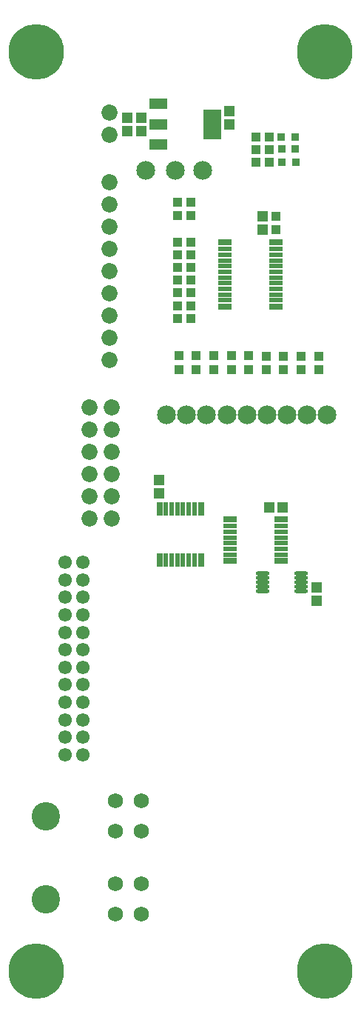
<source format=gts>
G04*
G04 #@! TF.GenerationSoftware,Altium Limited,Altium Designer,20.2.6 (244)*
G04*
G04 Layer_Color=8388736*
%FSLAX25Y25*%
%MOIN*%
G70*
G04*
G04 #@! TF.SameCoordinates,A761004E-7D6E-4A87-B3DE-CFC7A672E5A2*
G04*
G04*
G04 #@! TF.FilePolarity,Negative*
G04*
G01*
G75*
%ADD30C,0.08465*%
%ADD31R,0.03937X0.04134*%
%ADD32R,0.05906X0.02165*%
%ADD33R,0.05906X0.02953*%
%ADD34R,0.04134X0.03937*%
%ADD35R,0.04528X0.04724*%
%ADD36R,0.07874X0.13189*%
%ADD37R,0.07874X0.04528*%
%ADD38R,0.03740X0.03740*%
%ADD39O,0.06299X0.01772*%
%ADD40R,0.04724X0.04528*%
%ADD41R,0.02953X0.05906*%
%ADD42R,0.02165X0.05906*%
%ADD43C,0.07284*%
%ADD44C,0.06890*%
%ADD45C,0.12795*%
%ADD46C,0.06102*%
%ADD47C,0.25000*%
D30*
X92520Y377953D02*
D03*
X66929D02*
D03*
X80276Y377795D02*
D03*
X85433Y267795D02*
D03*
X121575Y267795D02*
D03*
X130748D02*
D03*
X103543Y267795D02*
D03*
X112598D02*
D03*
X76378Y267795D02*
D03*
X94488D02*
D03*
X139764Y267795D02*
D03*
X148819D02*
D03*
D31*
X87382Y345630D02*
D03*
X81279D02*
D03*
Y328465D02*
D03*
X87382D02*
D03*
X81279Y334173D02*
D03*
X87382D02*
D03*
X81279Y316850D02*
D03*
X87382D02*
D03*
X81279Y339921D02*
D03*
X87382D02*
D03*
X81279Y311142D02*
D03*
X87382D02*
D03*
Y322756D02*
D03*
X81279D02*
D03*
X122736Y393071D02*
D03*
X116634D02*
D03*
X116673Y387362D02*
D03*
X122776D02*
D03*
X116713Y381614D02*
D03*
X122815D02*
D03*
D32*
X125650Y319508D02*
D03*
Y322067D02*
D03*
Y327185D02*
D03*
Y329744D02*
D03*
X102618Y339980D02*
D03*
Y342539D02*
D03*
Y337421D02*
D03*
Y334862D02*
D03*
Y322067D02*
D03*
Y332303D02*
D03*
Y329744D02*
D03*
Y327185D02*
D03*
Y324626D02*
D03*
Y319508D02*
D03*
X125650Y342539D02*
D03*
Y339980D02*
D03*
Y337421D02*
D03*
Y334862D02*
D03*
Y332303D02*
D03*
Y324626D02*
D03*
X105138Y217854D02*
D03*
Y215295D02*
D03*
Y212736D02*
D03*
Y210177D02*
D03*
Y207618D02*
D03*
Y205059D02*
D03*
X128169Y217854D02*
D03*
Y215295D02*
D03*
Y212736D02*
D03*
Y210177D02*
D03*
Y207618D02*
D03*
Y205059D02*
D03*
D33*
X102618Y345492D02*
D03*
Y316555D02*
D03*
X125650Y345492D02*
D03*
Y316555D02*
D03*
X105138Y202106D02*
D03*
X128169Y220807D02*
D03*
X105138D02*
D03*
X128169Y202106D02*
D03*
D34*
X81457Y357441D02*
D03*
Y363543D02*
D03*
X125591Y357283D02*
D03*
Y351181D02*
D03*
X87244Y357441D02*
D03*
Y363543D02*
D03*
X113386Y294488D02*
D03*
X105512D02*
D03*
X97638D02*
D03*
X89764D02*
D03*
X81890D02*
D03*
Y288386D02*
D03*
X89764D02*
D03*
X97638D02*
D03*
X105512D02*
D03*
X113386D02*
D03*
X121260Y288248D02*
D03*
Y294350D02*
D03*
X129134Y288248D02*
D03*
Y294350D02*
D03*
X137008Y288248D02*
D03*
Y294350D02*
D03*
X144882D02*
D03*
Y288248D02*
D03*
D35*
X119685Y357185D02*
D03*
Y351279D02*
D03*
X64882Y401457D02*
D03*
Y395551D02*
D03*
X58780Y395551D02*
D03*
Y401457D02*
D03*
X144095Y184252D02*
D03*
Y190157D02*
D03*
X73110Y232559D02*
D03*
Y238465D02*
D03*
X104685Y404646D02*
D03*
Y398740D02*
D03*
D36*
X96909Y398701D02*
D03*
D37*
X72697Y389646D02*
D03*
Y398701D02*
D03*
Y407756D02*
D03*
D38*
X128504Y381614D02*
D03*
X134803D02*
D03*
X128189Y387559D02*
D03*
X134488D02*
D03*
X128150Y393071D02*
D03*
X134449D02*
D03*
D39*
X119685Y196457D02*
D03*
Y194488D02*
D03*
Y192520D02*
D03*
Y190551D02*
D03*
Y188583D02*
D03*
X137008Y196457D02*
D03*
Y194488D02*
D03*
Y192520D02*
D03*
Y190551D02*
D03*
Y188583D02*
D03*
D40*
X122835Y226299D02*
D03*
X128740D02*
D03*
D41*
X91890Y225630D02*
D03*
X73189Y202599D02*
D03*
Y225630D02*
D03*
X91890Y202599D02*
D03*
D42*
X88937Y225630D02*
D03*
X86378D02*
D03*
X83819D02*
D03*
X81260D02*
D03*
X78701D02*
D03*
X76142D02*
D03*
X88937Y202599D02*
D03*
X86378D02*
D03*
X83819D02*
D03*
X81260D02*
D03*
X78701D02*
D03*
X76142D02*
D03*
D43*
X50748Y372559D02*
D03*
Y362559D02*
D03*
Y352559D02*
D03*
Y342559D02*
D03*
Y332559D02*
D03*
Y322559D02*
D03*
Y312559D02*
D03*
Y302559D02*
D03*
Y292559D02*
D03*
X41653Y271142D02*
D03*
Y261142D02*
D03*
Y251142D02*
D03*
Y241142D02*
D03*
Y231142D02*
D03*
X51653Y261142D02*
D03*
Y221142D02*
D03*
Y231142D02*
D03*
Y241142D02*
D03*
Y251142D02*
D03*
Y271142D02*
D03*
X41653Y221142D02*
D03*
X50748Y393819D02*
D03*
Y403819D02*
D03*
D44*
X53189Y56890D02*
D03*
Y43110D02*
D03*
X65000D02*
D03*
Y56890D02*
D03*
X53189Y94291D02*
D03*
Y80512D02*
D03*
X65000D02*
D03*
Y94291D02*
D03*
D45*
X22047Y50000D02*
D03*
X22047Y87402D02*
D03*
D46*
X38583Y114961D02*
D03*
Y122835D02*
D03*
Y130709D02*
D03*
Y138583D02*
D03*
Y146457D02*
D03*
Y154331D02*
D03*
Y162205D02*
D03*
Y170079D02*
D03*
Y177953D02*
D03*
Y185827D02*
D03*
Y193701D02*
D03*
Y201575D02*
D03*
X30709Y201575D02*
D03*
Y193701D02*
D03*
Y185827D02*
D03*
Y177953D02*
D03*
Y170079D02*
D03*
Y162205D02*
D03*
Y154331D02*
D03*
Y146457D02*
D03*
Y138583D02*
D03*
Y130709D02*
D03*
Y114961D02*
D03*
Y122835D02*
D03*
D47*
X17717Y431102D02*
D03*
X147638D02*
D03*
Y17717D02*
D03*
X17717D02*
D03*
M02*

</source>
